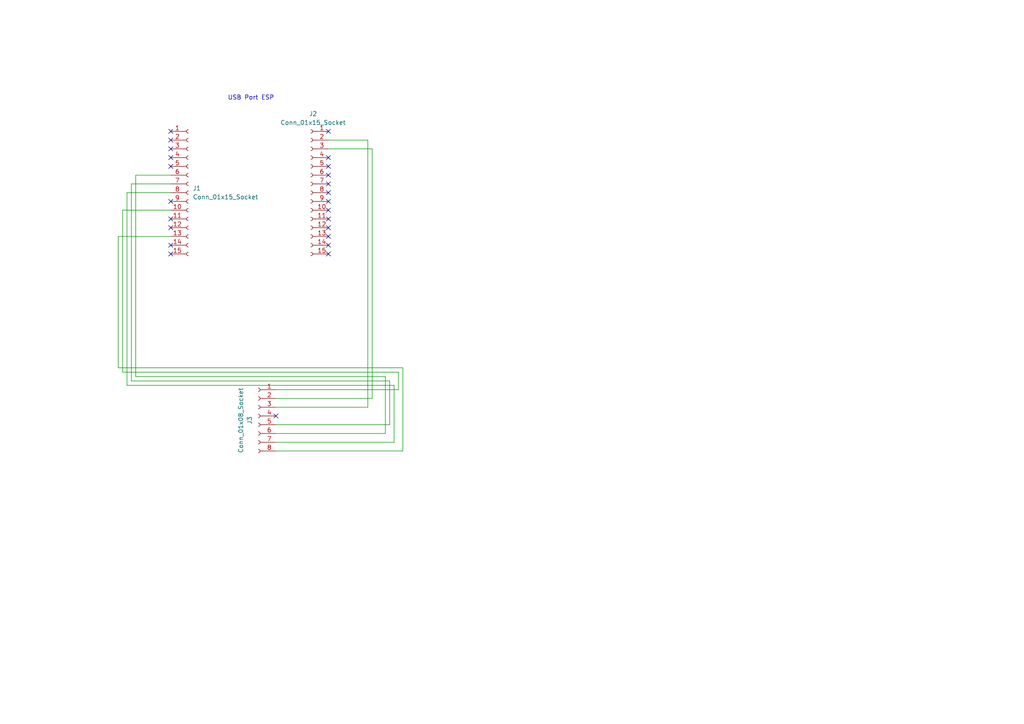
<source format=kicad_sch>
(kicad_sch (version 20230121) (generator eeschema)
  (paper "A4")
  (lib_symbols
    (symbol "Connector:Conn_01x08_Socket" (pin_names (offset 1.016) hide)
      (property "Reference" "J" (at 0 10.16 0))
      (property "Value" "Conn_01x08_Socket" (at 0 -12.7 0))
      (symbol "Conn_01x08_Socket_1_1"
        (arc (start 0 -9.652) (mid -0.5058 -10.16) (end 0 -10.668) (stroke (width 0.1524)))
        (arc (start 0 -7.112) (mid -0.5058 -7.62) (end 0 -8.128) (stroke (width 0.1524)))
        (arc (start 0 -4.572) (mid -0.5058 -5.08) (end 0 -5.588) (stroke (width 0.1524)))
        (arc (start 0 -2.032) (mid -0.5058 -2.54) (end 0 -3.048) (stroke (width 0.1524)))
        (polyline (pts (xy -1.27 -10.16) (xy -0.508 -10.16)) (stroke (width 0.1524)))
        (polyline (pts (xy -1.27 -7.62) (xy -0.508 -7.62)) (stroke (width 0.1524)))
        (polyline (pts (xy -1.27 -5.08) (xy -0.508 -5.08)) (stroke (width 0.1524)))
        (polyline (pts (xy -1.27 -2.54) (xy -0.508 -2.54)) (stroke (width 0.1524)))
        (polyline (pts (xy -1.27 0) (xy -0.508 0)) (stroke (width 0.1524)))
        (polyline (pts (xy -1.27 2.54) (xy -0.508 2.54)) (stroke (width 0.1524)))
        (polyline (pts (xy -1.27 5.08) (xy -0.508 5.08)) (stroke (width 0.1524)))
        (polyline (pts (xy -1.27 7.62) (xy -0.508 7.62)) (stroke (width 0.1524)))
        (arc (start 0 0.508) (mid -0.5058 0) (end 0 -0.508) (stroke (width 0.1524)))
        (arc (start 0 3.048) (mid -0.5058 2.54) (end 0 2.032) (stroke (width 0.1524)))
        (arc (start 0 5.588) (mid -0.5058 5.08) (end 0 4.572) (stroke (width 0.1524)))
        (arc (start 0 8.128) (mid -0.5058 7.62) (end 0 7.112) (stroke (width 0.1524)))
        (pin passive line (at -5.08 7.62 0) (length 3.81) (name "Pin_1") (number "1"))
        (pin passive line (at -5.08 5.08 0) (length 3.81) (name "Pin_2") (number "2"))
        (pin passive line (at -5.08 2.54 0) (length 3.81) (name "Pin_3") (number "3"))
        (pin passive line (at -5.08 0 0) (length 3.81) (name "Pin_4") (number "4"))
        (pin passive line (at -5.08 -2.54 0) (length 3.81) (name "Pin_5") (number "5"))
        (pin passive line (at -5.08 -5.08 0) (length 3.81) (name "Pin_6") (number "6"))
        (pin passive line (at -5.08 -7.62 0) (length 3.81) (name "Pin_7") (number "7"))
        (pin passive line (at -5.08 -10.16 0) (length 3.81) (name "Pin_8") (number "8"))
      )
    )
    (symbol "Connector:Conn_01x15_Socket" (pin_names (offset 1.016) hide)
      (property "Reference" "J" (at 0 20.32 0))
      (property "Value" "Conn_01x15_Socket" (at 0 -20.32 0))
      (symbol "Conn_01x15_Socket_1_1"
        (arc (start 0 -17.272) (mid -0.5058 -17.78) (end 0 -18.288) (stroke (width 0.1524)))
        (arc (start 0 -14.732) (mid -0.5058 -15.24) (end 0 -15.748) (stroke (width 0.1524)))
        (arc (start 0 -12.192) (mid -0.5058 -12.7) (end 0 -13.208) (stroke (width 0.1524)))
        (arc (start 0 -9.652) (mid -0.5058 -10.16) (end 0 -10.668) (stroke (width 0.1524)))
        (arc (start 0 -7.112) (mid -0.5058 -7.62) (end 0 -8.128) (stroke (width 0.1524)))
        (arc (start 0 -4.572) (mid -0.5058 -5.08) (end 0 -5.588) (stroke (width 0.1524)))
        (arc (start 0 -2.032) (mid -0.5058 -2.54) (end 0 -3.048) (stroke (width 0.1524)))
        (polyline (pts (xy -1.27 -17.78) (xy -0.508 -17.78)) (stroke (width 0.1524)))
        (polyline (pts (xy -1.27 -15.24) (xy -0.508 -15.24)) (stroke (width 0.1524)))
        (polyline (pts (xy -1.27 -12.7) (xy -0.508 -12.7)) (stroke (width 0.1524)))
        (polyline (pts (xy -1.27 -10.16) (xy -0.508 -10.16)) (stroke (width 0.1524)))
        (polyline (pts (xy -1.27 -7.62) (xy -0.508 -7.62)) (stroke (width 0.1524)))
        (polyline (pts (xy -1.27 -5.08) (xy -0.508 -5.08)) (stroke (width 0.1524)))
        (polyline (pts (xy -1.27 -2.54) (xy -0.508 -2.54)) (stroke (width 0.1524)))
        (polyline (pts (xy -1.27 0) (xy -0.508 0)) (stroke (width 0.1524)))
        (polyline (pts (xy -1.27 2.54) (xy -0.508 2.54)) (stroke (width 0.1524)))
        (polyline (pts (xy -1.27 5.08) (xy -0.508 5.08)) (stroke (width 0.1524)))
        (polyline (pts (xy -1.27 7.62) (xy -0.508 7.62)) (stroke (width 0.1524)))
        (polyline (pts (xy -1.27 10.16) (xy -0.508 10.16)) (stroke (width 0.1524)))
        (polyline (pts (xy -1.27 12.7) (xy -0.508 12.7)) (stroke (width 0.1524)))
        (polyline (pts (xy -1.27 15.24) (xy -0.508 15.24)) (stroke (width 0.1524)))
        (polyline (pts (xy -1.27 17.78) (xy -0.508 17.78)) (stroke (width 0.1524)))
        (arc (start 0 0.508) (mid -0.5058 0) (end 0 -0.508) (stroke (width 0.1524)))
        (arc (start 0 3.048) (mid -0.5058 2.54) (end 0 2.032) (stroke (width 0.1524)))
        (arc (start 0 5.588) (mid -0.5058 5.08) (end 0 4.572) (stroke (width 0.1524)))
        (arc (start 0 8.128) (mid -0.5058 7.62) (end 0 7.112) (stroke (width 0.1524)))
        (arc (start 0 10.668) (mid -0.5058 10.16) (end 0 9.652) (stroke (width 0.1524)))
        (arc (start 0 13.208) (mid -0.5058 12.7) (end 0 12.192) (stroke (width 0.1524)))
        (arc (start 0 15.748) (mid -0.5058 15.24) (end 0 14.732) (stroke (width 0.1524)))
        (arc (start 0 18.288) (mid -0.5058 17.78) (end 0 17.272) (stroke (width 0.1524)))
        (pin passive line (at -5.08 17.78 0) (length 3.81) (name "Pin_1") (number "1"))
        (pin passive line (at -5.08 -5.08 0) (length 3.81) (name "Pin_10") (number "10"))
        (pin passive line (at -5.08 -7.62 0) (length 3.81) (name "Pin_11") (number "11"))
        (pin passive line (at -5.08 -10.16 0) (length 3.81) (name "Pin_12") (number "12"))
        (pin passive line (at -5.08 -12.7 0) (length 3.81) (name "Pin_13") (number "13"))
        (pin passive line (at -5.08 -15.24 0) (length 3.81) (name "Pin_14") (number "14"))
        (pin passive line (at -5.08 -17.78 0) (length 3.81) (name "Pin_15") (number "15"))
        (pin passive line (at -5.08 15.24 0) (length 3.81) (name "Pin_2") (number "2"))
        (pin passive line (at -5.08 12.7 0) (length 3.81) (name "Pin_3") (number "3"))
        (pin passive line (at -5.08 10.16 0) (length 3.81) (name "Pin_4") (number "4"))
        (pin passive line (at -5.08 7.62 0) (length 3.81) (name "Pin_5") (number "5"))
        (pin passive line (at -5.08 5.08 0) (length 3.81) (name "Pin_6") (number "6"))
        (pin passive line (at -5.08 2.54 0) (length 3.81) (name "Pin_7") (number "7"))
        (pin passive line (at -5.08 0 0) (length 3.81) (name "Pin_8") (number "8"))
        (pin passive line (at -5.08 -2.54 0) (length 3.81) (name "Pin_9") (number "9"))
      )
    )
  )
  (no_connect (at 95.25 73.66))
  (no_connect (at 95.25 66.04))
  (no_connect (at 95.25 53.34))
  (no_connect (at 49.53 73.66))
  (no_connect (at 95.25 55.88))
  (no_connect (at 95.25 63.5))
  (no_connect (at 95.25 45.72))
  (no_connect (at 95.25 50.8))
  (no_connect (at 95.25 60.96))
  (no_connect (at 95.25 48.26))
  (no_connect (at 95.25 68.58))
  (no_connect (at 49.53 45.72))
  (no_connect (at 49.53 40.64))
  (no_connect (at 49.53 71.12))
  (no_connect (at 80.01 120.65))
  (no_connect (at 49.53 63.5))
  (no_connect (at 49.53 38.1))
  (no_connect (at 95.25 58.42))
  (no_connect (at 95.25 71.12))
  (no_connect (at 49.53 66.04))
  (no_connect (at 95.25 38.1))
  (no_connect (at 49.53 48.26))
  (no_connect (at 49.53 58.42))
  (no_connect (at 49.53 43.18))
  (wire (pts (xy 106.68 40.64) (xy 106.68 118.11)))
  (wire (pts (xy 116.84 130.81) (xy 80.01 130.81)))
  (wire (pts (xy 36.83 111.76) (xy 114.3 111.76)))
  (wire (pts (xy 107.95 43.18) (xy 107.95 115.57)))
  (wire (pts (xy 111.76 125.73) (xy 80.01 125.73)))
  (wire (pts (xy 115.57 107.95) (xy 115.57 113.03)))
  (wire (pts (xy 39.37 109.22) (xy 111.76 109.22)))
  (wire (pts (xy 114.3 111.76) (xy 114.3 128.27)))
  (wire (pts (xy 38.1 53.34) (xy 38.1 110.49)))
  (wire (pts (xy 34.29 68.58) (xy 34.29 106.68)))
  (wire (pts (xy 115.57 113.03) (xy 80.01 113.03)))
  (wire (pts (xy 113.03 110.49) (xy 113.03 123.19)))
  (wire (pts (xy 39.37 50.8) (xy 39.37 109.22)))
  (wire (pts (xy 49.53 68.58) (xy 34.29 68.58)))
  (wire (pts (xy 113.03 123.19) (xy 80.01 123.19)))
  (wire (pts (xy 49.53 60.96) (xy 35.56 60.96)))
  (wire (pts (xy 107.95 115.57) (xy 80.01 115.57)))
  (wire (pts (xy 49.53 50.8) (xy 39.37 50.8)))
  (wire (pts (xy 95.25 43.18) (xy 107.95 43.18)))
  (wire (pts (xy 38.1 110.49) (xy 113.03 110.49)))
  (wire (pts (xy 111.76 109.22) (xy 111.76 125.73)))
  (wire (pts (xy 49.53 53.34) (xy 38.1 53.34)))
  (wire (pts (xy 49.53 55.88) (xy 36.83 55.88)))
  (wire (pts (xy 95.25 40.64) (xy 106.68 40.64)))
  (wire (pts (xy 35.56 107.95) (xy 115.57 107.95)))
  (wire (pts (xy 34.29 106.68) (xy 116.84 106.68)))
  (wire (pts (xy 114.3 128.27) (xy 80.01 128.27)))
  (wire (pts (xy 106.68 118.11) (xy 80.01 118.11)))
  (wire (pts (xy 36.83 55.88) (xy 36.83 111.76)))
  (wire (pts (xy 35.56 60.96) (xy 35.56 107.95)))
  (wire (pts (xy 116.84 106.68) (xy 116.84 130.81)))
  (text "USB Port ESP" (at 66.04 29.21 0) (effects (font (size 1.27 1.27)) (justify left bottom)))
  (symbol (lib_id "Connector:Conn_01x08_Socket") (at 74.93 120.65 0) (mirror y) (unit 1)
    (property "Reference" "J3" (at 72.39 121.92 90))
    (property "Value" "Conn_01x08_Socket" (at 69.85 121.92 90))
    (property "Footprint" "Connector_PinSocket_2.54mm:PinSocket_1x08_P2.54mm_Vertical" (effects hide))
  )
  (symbol (lib_id "Connector:Conn_01x15_Socket") (at 54.61 55.88 0) (unit 1)
    (property "Reference" "J1" (at 55.88 54.61 0) (effects (justify left)))
    (property "Value" "Conn_01x15_Socket" (at 55.88 57.15 0) (effects (justify left)))
    (property "Footprint" "Connector_PinSocket_2.54mm:PinSocket_1x15_P2.54mm_Vertical" (effects hide))
  )
  (symbol (lib_id "Connector:Conn_01x15_Socket") (at 90.17 55.88 0) (mirror y) (unit 1)
    (property "Reference" "J2" (at 90.805 33.02 0))
    (property "Value" "Conn_01x15_Socket" (at 90.805 35.56 0))
    (property "Footprint" "Connector_PinSocket_2.54mm:PinSocket_1x15_P2.54mm_Vertical" (effects hide))
  )
)
</source>
